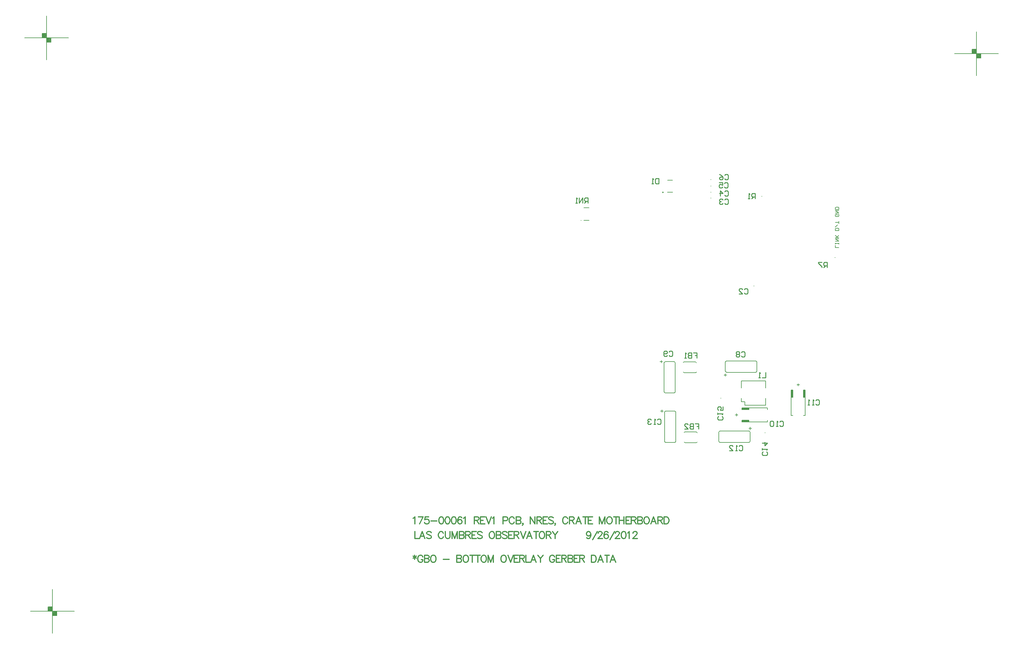
<source format=gbo>
%FSLAX23Y23*%
%MOIN*%
G70*
G01*
G75*
G04 Layer_Color=32896*
%ADD10R,0.050X0.050*%
%ADD11R,0.057X0.012*%
%ADD12R,0.025X0.185*%
%ADD13R,0.025X0.100*%
%ADD14R,0.050X0.050*%
%ADD15O,0.014X0.067*%
%ADD16R,0.036X0.036*%
%ADD17O,0.079X0.024*%
%ADD18R,0.039X0.059*%
%ADD19R,0.100X0.100*%
%ADD20C,0.010*%
%ADD21C,0.050*%
%ADD22C,0.025*%
%ADD23C,0.006*%
%ADD24C,0.012*%
%ADD25C,0.008*%
%ADD26C,0.012*%
%ADD27C,0.012*%
%ADD28C,0.070*%
%ADD29C,0.050*%
%ADD30C,0.166*%
%ADD31C,0.157*%
%ADD32C,0.079*%
%ADD33C,0.220*%
%ADD34C,0.039*%
%ADD35C,0.059*%
%ADD36R,0.059X0.059*%
%ADD37C,0.063*%
%ADD38C,0.116*%
%ADD39C,0.065*%
%ADD40C,0.100*%
%ADD41C,0.080*%
%ADD42C,0.059*%
%ADD43C,0.115*%
%ADD44R,0.115X0.115*%
%ADD45R,0.079X0.079*%
%ADD46R,0.120X0.120*%
%ADD47C,0.120*%
%ADD48R,0.063X0.063*%
%ADD49C,0.020*%
%ADD50C,0.040*%
G04:AMPARAMS|DCode=51|XSize=91mil|YSize=91mil|CornerRadius=0mil|HoleSize=0mil|Usage=FLASHONLY|Rotation=0.000|XOffset=0mil|YOffset=0mil|HoleType=Round|Shape=Relief|Width=10mil|Gap=10mil|Entries=4|*
%AMTHD51*
7,0,0,0.091,0.071,0.010,45*
%
%ADD51THD51*%
%ADD52C,0.071*%
%ADD53C,0.206*%
G04:AMPARAMS|DCode=54|XSize=150.551mil|YSize=150.551mil|CornerRadius=0mil|HoleSize=0mil|Usage=FLASHONLY|Rotation=0.000|XOffset=0mil|YOffset=0mil|HoleType=Round|Shape=Relief|Width=10mil|Gap=10mil|Entries=4|*
%AMTHD54*
7,0,0,0.151,0.131,0.010,45*
%
%ADD54THD54*%
G04:AMPARAMS|DCode=55|XSize=96.221mil|YSize=96.221mil|CornerRadius=0mil|HoleSize=0mil|Usage=FLASHONLY|Rotation=0.000|XOffset=0mil|YOffset=0mil|HoleType=Round|Shape=Relief|Width=10mil|Gap=10mil|Entries=4|*
%AMTHD55*
7,0,0,0.096,0.076,0.010,45*
%
%ADD55THD55*%
%ADD56C,0.076*%
%ADD57C,0.080*%
%ADD58C,0.075*%
%ADD59C,0.168*%
G04:AMPARAMS|DCode=60|XSize=100mil|YSize=100mil|CornerRadius=0mil|HoleSize=0mil|Usage=FLASHONLY|Rotation=0.000|XOffset=0mil|YOffset=0mil|HoleType=Round|Shape=Relief|Width=10mil|Gap=10mil|Entries=4|*
%AMTHD60*
7,0,0,0.100,0.080,0.010,45*
%
%ADD60THD60*%
G04:AMPARAMS|DCode=61|XSize=123mil|YSize=123mil|CornerRadius=0mil|HoleSize=0mil|Usage=FLASHONLY|Rotation=0.000|XOffset=0mil|YOffset=0mil|HoleType=Round|Shape=Relief|Width=10mil|Gap=10mil|Entries=4|*
%AMTHD61*
7,0,0,0.123,0.103,0.010,45*
%
%ADD61THD61*%
%ADD62C,0.092*%
G04:AMPARAMS|DCode=63|XSize=112mil|YSize=112mil|CornerRadius=0mil|HoleSize=0mil|Usage=FLASHONLY|Rotation=0.000|XOffset=0mil|YOffset=0mil|HoleType=Round|Shape=Relief|Width=10mil|Gap=10mil|Entries=4|*
%AMTHD63*
7,0,0,0.112,0.092,0.010,45*
%
%ADD63THD63*%
%ADD64C,0.190*%
%ADD65C,0.087*%
G04:AMPARAMS|DCode=66|XSize=138mil|YSize=138mil|CornerRadius=0mil|HoleSize=0mil|Usage=FLASHONLY|Rotation=0.000|XOffset=0mil|YOffset=0mil|HoleType=Round|Shape=Relief|Width=10mil|Gap=10mil|Entries=4|*
%AMTHD66*
7,0,0,0.138,0.118,0.010,45*
%
%ADD66THD66*%
%ADD67C,0.118*%
G04:AMPARAMS|DCode=68|XSize=107.244mil|YSize=107.244mil|CornerRadius=0mil|HoleSize=0mil|Usage=FLASHONLY|Rotation=0.000|XOffset=0mil|YOffset=0mil|HoleType=Round|Shape=Relief|Width=10mil|Gap=10mil|Entries=4|*
%AMTHD68*
7,0,0,0.107,0.087,0.010,45*
%
%ADD68THD68*%
%ADD69C,0.079*%
%ADD70C,0.068*%
G04:AMPARAMS|DCode=71|XSize=70mil|YSize=70mil|CornerRadius=0mil|HoleSize=0mil|Usage=FLASHONLY|Rotation=0.000|XOffset=0mil|YOffset=0mil|HoleType=Round|Shape=Relief|Width=10mil|Gap=10mil|Entries=4|*
%AMTHD71*
7,0,0,0.070,0.050,0.010,45*
%
%ADD71THD71*%
G04:AMPARAMS|DCode=72|XSize=88mil|YSize=88mil|CornerRadius=0mil|HoleSize=0mil|Usage=FLASHONLY|Rotation=0.000|XOffset=0mil|YOffset=0mil|HoleType=Round|Shape=Relief|Width=10mil|Gap=10mil|Entries=4|*
%AMTHD72*
7,0,0,0.088,0.068,0.010,45*
%
%ADD72THD72*%
%ADD73C,0.020*%
%ADD74C,0.131*%
%ADD75C,0.103*%
%ADD76C,0.005*%
%ADD77R,0.053X0.035*%
%ADD78R,0.053X0.053*%
%ADD79R,0.045X0.017*%
%ADD80R,0.094X0.102*%
%ADD81R,0.059X0.087*%
%ADD82R,0.102X0.094*%
%ADD83R,0.100X0.100*%
%ADD84R,0.060X0.086*%
%ADD85C,0.010*%
%ADD86C,0.010*%
%ADD87C,0.024*%
%ADD88C,0.008*%
%ADD89C,0.007*%
%ADD90C,0.007*%
%ADD91C,0.015*%
%ADD92R,0.194X0.245*%
%ADD93R,0.058X0.058*%
%ADD94R,0.061X0.016*%
%ADD95R,0.033X0.193*%
%ADD96R,0.033X0.108*%
%ADD97R,0.058X0.058*%
%ADD98O,0.022X0.075*%
%ADD99R,0.044X0.044*%
%ADD100O,0.087X0.032*%
%ADD101R,0.047X0.067*%
%ADD102R,0.108X0.108*%
%ADD103C,0.063*%
%ADD104C,0.043*%
%ADD105R,0.043X0.043*%
%ADD106C,0.174*%
%ADD107C,0.165*%
%ADD108C,0.087*%
%ADD109C,0.228*%
%ADD110C,0.047*%
%ADD111C,0.067*%
%ADD112R,0.067X0.067*%
%ADD113C,0.071*%
%ADD114C,0.124*%
%ADD115C,0.073*%
%ADD116C,0.108*%
%ADD117C,0.088*%
%ADD118C,0.067*%
%ADD119C,0.123*%
%ADD120R,0.123X0.123*%
%ADD121R,0.087X0.087*%
%ADD122R,0.128X0.128*%
%ADD123C,0.128*%
%ADD124R,0.071X0.071*%
%ADD125C,0.058*%
%ADD126R,2.050X0.450*%
%ADD127R,0.061X0.043*%
%ADD128R,0.061X0.061*%
%ADD129R,0.053X0.025*%
%ADD130R,0.102X0.110*%
%ADD131R,0.067X0.095*%
%ADD132R,0.110X0.102*%
%ADD133R,0.108X0.108*%
%ADD134R,0.068X0.094*%
%ADD135R,0.020X0.082*%
%ADD136R,0.082X0.020*%
D20*
X18107Y12455D02*
Y12515D01*
X18077D01*
X18067Y12505D01*
Y12485D01*
X18077Y12475D01*
X18107D01*
X18087D02*
X18067Y12455D01*
X18047Y12515D02*
X18007D01*
Y12505D01*
X18047Y12465D01*
Y12455D01*
X17285Y13238D02*
Y13298D01*
X17255D01*
X17245Y13288D01*
Y13268D01*
X17255Y13258D01*
X17285D01*
X17265D02*
X17245Y13238D01*
X17225D02*
X17205D01*
X17215D01*
Y13298D01*
X17225Y13288D01*
X17407Y11264D02*
Y11204D01*
X17367D01*
X17347D02*
X17327D01*
X17337D01*
Y11264D01*
X17347Y11254D01*
X16601Y10681D02*
X16641D01*
Y10651D01*
X16621D01*
X16641D01*
Y10621D01*
X16581Y10681D02*
Y10621D01*
X16551D01*
X16541Y10631D01*
Y10641D01*
X16551Y10651D01*
X16581D01*
X16551D01*
X16541Y10661D01*
Y10671D01*
X16551Y10681D01*
X16581D01*
X16481Y10621D02*
X16521D01*
X16481Y10661D01*
Y10671D01*
X16491Y10681D01*
X16511D01*
X16521Y10671D01*
X16582Y11487D02*
X16622D01*
Y11457D01*
X16602D01*
X16622D01*
Y11427D01*
X16562Y11487D02*
Y11427D01*
X16532D01*
X16522Y11437D01*
Y11447D01*
X16532Y11457D01*
X16562D01*
X16532D01*
X16522Y11467D01*
Y11477D01*
X16532Y11487D01*
X16562D01*
X16502Y11427D02*
X16482D01*
X16492D01*
Y11487D01*
X16502Y11477D01*
X16190Y13468D02*
Y13408D01*
X16160D01*
X16150Y13418D01*
Y13458D01*
X16160Y13468D01*
X16190D01*
X16130Y13408D02*
X16110D01*
X16120D01*
Y13468D01*
X16130Y13458D01*
X16908Y10764D02*
X16918Y10754D01*
Y10734D01*
X16908Y10724D01*
X16868D01*
X16858Y10734D01*
Y10754D01*
X16868Y10764D01*
X16858Y10784D02*
Y10804D01*
Y10794D01*
X16918D01*
X16908Y10784D01*
X16918Y10874D02*
Y10834D01*
X16888D01*
X16898Y10854D01*
Y10864D01*
X16888Y10874D01*
X16868D01*
X16858Y10864D01*
Y10844D01*
X16868Y10834D01*
X17416Y10360D02*
X17426Y10350D01*
Y10330D01*
X17416Y10320D01*
X17376D01*
X17366Y10330D01*
Y10350D01*
X17376Y10360D01*
X17366Y10380D02*
Y10400D01*
Y10390D01*
X17426D01*
X17416Y10380D01*
X17366Y10460D02*
X17426D01*
X17396Y10430D01*
Y10470D01*
X16171Y10723D02*
X16181Y10733D01*
X16201D01*
X16211Y10723D01*
Y10683D01*
X16201Y10673D01*
X16181D01*
X16171Y10683D01*
X16151Y10673D02*
X16131D01*
X16141D01*
Y10733D01*
X16151Y10723D01*
X16101D02*
X16091Y10733D01*
X16071D01*
X16061Y10723D01*
Y10713D01*
X16071Y10703D01*
X16081D01*
X16071D01*
X16061Y10693D01*
Y10683D01*
X16071Y10673D01*
X16091D01*
X16101Y10683D01*
X17101Y10423D02*
X17111Y10433D01*
X17131D01*
X17141Y10423D01*
Y10383D01*
X17131Y10373D01*
X17111D01*
X17101Y10383D01*
X17081Y10373D02*
X17061D01*
X17071D01*
Y10433D01*
X17081Y10423D01*
X16991Y10373D02*
X17031D01*
X16991Y10413D01*
Y10423D01*
X17001Y10433D01*
X17021D01*
X17031Y10423D01*
X17975Y10944D02*
X17985Y10954D01*
X18005D01*
X18015Y10944D01*
Y10904D01*
X18005Y10894D01*
X17985D01*
X17975Y10904D01*
X17955Y10894D02*
X17935D01*
X17945D01*
Y10954D01*
X17955Y10944D01*
X17905Y10894D02*
X17885D01*
X17895D01*
Y10954D01*
X17905Y10944D01*
X17567Y10700D02*
X17577Y10710D01*
X17597D01*
X17607Y10700D01*
Y10660D01*
X17597Y10650D01*
X17577D01*
X17567Y10660D01*
X17547Y10650D02*
X17527D01*
X17537D01*
Y10710D01*
X17547Y10700D01*
X17497D02*
X17487Y10710D01*
X17467D01*
X17457Y10700D01*
Y10660D01*
X17467Y10650D01*
X17487D01*
X17497Y10660D01*
Y10700D01*
X16306Y11495D02*
X16316Y11505D01*
X16336D01*
X16346Y11495D01*
Y11455D01*
X16336Y11445D01*
X16316D01*
X16306Y11455D01*
X16286D02*
X16276Y11445D01*
X16256D01*
X16246Y11455D01*
Y11495D01*
X16256Y11505D01*
X16276D01*
X16286Y11495D01*
Y11485D01*
X16276Y11475D01*
X16246D01*
X17128Y11490D02*
X17138Y11500D01*
X17158D01*
X17168Y11490D01*
Y11450D01*
X17158Y11440D01*
X17138D01*
X17128Y11450D01*
X17108Y11490D02*
X17098Y11500D01*
X17078D01*
X17068Y11490D01*
Y11480D01*
X17078Y11470D01*
X17068Y11460D01*
Y11450D01*
X17078Y11440D01*
X17098D01*
X17108Y11450D01*
Y11460D01*
X17098Y11470D01*
X17108Y11480D01*
Y11490D01*
X17098Y11470D02*
X17078D01*
X16940Y13507D02*
X16950Y13517D01*
X16970D01*
X16980Y13507D01*
Y13467D01*
X16970Y13457D01*
X16950D01*
X16940Y13467D01*
X16880Y13517D02*
X16900Y13507D01*
X16920Y13487D01*
Y13467D01*
X16910Y13457D01*
X16890D01*
X16880Y13467D01*
Y13477D01*
X16890Y13487D01*
X16920D01*
X16935Y13412D02*
X16945Y13422D01*
X16965D01*
X16975Y13412D01*
Y13372D01*
X16965Y13362D01*
X16945D01*
X16935Y13372D01*
X16875Y13422D02*
X16915D01*
Y13392D01*
X16895Y13402D01*
X16885D01*
X16875Y13392D01*
Y13372D01*
X16885Y13362D01*
X16905D01*
X16915Y13372D01*
X16938Y13318D02*
X16948Y13328D01*
X16968D01*
X16978Y13318D01*
Y13278D01*
X16968Y13268D01*
X16948D01*
X16938Y13278D01*
X16888Y13268D02*
Y13328D01*
X16918Y13298D01*
X16878D01*
X16938Y13225D02*
X16948Y13235D01*
X16968D01*
X16978Y13225D01*
Y13185D01*
X16968Y13175D01*
X16948D01*
X16938Y13185D01*
X16918Y13225D02*
X16908Y13235D01*
X16888D01*
X16878Y13225D01*
Y13215D01*
X16888Y13205D01*
X16898D01*
X16888D01*
X16878Y13195D01*
Y13185D01*
X16888Y13175D01*
X16908D01*
X16918Y13185D01*
X17163Y12207D02*
X17173Y12217D01*
X17193D01*
X17203Y12207D01*
Y12167D01*
X17193Y12157D01*
X17173D01*
X17163Y12167D01*
X17103Y12157D02*
X17143D01*
X17103Y12197D01*
Y12207D01*
X17113Y12217D01*
X17133D01*
X17143Y12207D01*
X15382Y13190D02*
Y13250D01*
X15352D01*
X15342Y13240D01*
Y13220D01*
X15352Y13210D01*
X15382D01*
X15362D02*
X15342Y13190D01*
X15322D02*
Y13250D01*
X15282Y13190D01*
Y13250D01*
X15262Y13190D02*
X15242D01*
X15252D01*
Y13250D01*
X15262Y13240D01*
D24*
X13410Y9183D02*
Y9137D01*
X13391Y9172D02*
X13429Y9149D01*
Y9172D02*
X13391Y9149D01*
X13503Y9164D02*
X13499Y9172D01*
X13491Y9179D01*
X13484Y9183D01*
X13468D01*
X13461Y9179D01*
X13453Y9172D01*
X13449Y9164D01*
X13445Y9153D01*
Y9133D01*
X13449Y9122D01*
X13453Y9114D01*
X13461Y9107D01*
X13468Y9103D01*
X13484D01*
X13491Y9107D01*
X13499Y9114D01*
X13503Y9122D01*
Y9133D01*
X13484D02*
X13503D01*
X13521Y9183D02*
Y9103D01*
Y9183D02*
X13555D01*
X13567Y9179D01*
X13570Y9175D01*
X13574Y9168D01*
Y9160D01*
X13570Y9153D01*
X13567Y9149D01*
X13555Y9145D01*
X13521D02*
X13555D01*
X13567Y9141D01*
X13570Y9137D01*
X13574Y9130D01*
Y9118D01*
X13570Y9111D01*
X13567Y9107D01*
X13555Y9103D01*
X13521D01*
X13615Y9183D02*
X13607Y9179D01*
X13600Y9172D01*
X13596Y9164D01*
X13592Y9153D01*
Y9133D01*
X13596Y9122D01*
X13600Y9114D01*
X13607Y9107D01*
X13615Y9103D01*
X13630D01*
X13638Y9107D01*
X13645Y9114D01*
X13649Y9122D01*
X13653Y9133D01*
Y9153D01*
X13649Y9164D01*
X13645Y9172D01*
X13638Y9179D01*
X13630Y9183D01*
X13615D01*
X13735Y9137D02*
X13803D01*
X13890Y9183D02*
Y9103D01*
Y9183D02*
X13924D01*
X13935Y9179D01*
X13939Y9175D01*
X13943Y9168D01*
Y9160D01*
X13939Y9153D01*
X13935Y9149D01*
X13924Y9145D01*
X13890D02*
X13924D01*
X13935Y9141D01*
X13939Y9137D01*
X13943Y9130D01*
Y9118D01*
X13939Y9111D01*
X13935Y9107D01*
X13924Y9103D01*
X13890D01*
X13984Y9183D02*
X13976Y9179D01*
X13968Y9172D01*
X13965Y9164D01*
X13961Y9153D01*
Y9133D01*
X13965Y9122D01*
X13968Y9114D01*
X13976Y9107D01*
X13984Y9103D01*
X13999D01*
X14006Y9107D01*
X14014Y9114D01*
X14018Y9122D01*
X14022Y9133D01*
Y9153D01*
X14018Y9164D01*
X14014Y9172D01*
X14006Y9179D01*
X13999Y9183D01*
X13984D01*
X14067D02*
Y9103D01*
X14040Y9183D02*
X14094D01*
X14130D02*
Y9103D01*
X14103Y9183D02*
X14157D01*
X14189D02*
X14181Y9179D01*
X14174Y9172D01*
X14170Y9164D01*
X14166Y9153D01*
Y9133D01*
X14170Y9122D01*
X14174Y9114D01*
X14181Y9107D01*
X14189Y9103D01*
X14204D01*
X14212Y9107D01*
X14219Y9114D01*
X14223Y9122D01*
X14227Y9133D01*
Y9153D01*
X14223Y9164D01*
X14219Y9172D01*
X14212Y9179D01*
X14204Y9183D01*
X14189D01*
X14246D02*
Y9103D01*
Y9183D02*
X14276Y9103D01*
X14307Y9183D02*
X14276Y9103D01*
X14307Y9183D02*
Y9103D01*
X14415Y9183D02*
X14408Y9179D01*
X14400Y9172D01*
X14396Y9164D01*
X14392Y9153D01*
Y9133D01*
X14396Y9122D01*
X14400Y9114D01*
X14408Y9107D01*
X14415Y9103D01*
X14430D01*
X14438Y9107D01*
X14446Y9114D01*
X14449Y9122D01*
X14453Y9133D01*
Y9153D01*
X14449Y9164D01*
X14446Y9172D01*
X14438Y9179D01*
X14430Y9183D01*
X14415D01*
X14472D02*
X14502Y9103D01*
X14533Y9183D02*
X14502Y9103D01*
X14593Y9183D02*
X14543D01*
Y9103D01*
X14593D01*
X14543Y9145D02*
X14574D01*
X14606Y9183D02*
Y9103D01*
Y9183D02*
X14640D01*
X14652Y9179D01*
X14655Y9175D01*
X14659Y9168D01*
Y9160D01*
X14655Y9153D01*
X14652Y9149D01*
X14640Y9145D01*
X14606D01*
X14633D02*
X14659Y9103D01*
X14677Y9183D02*
Y9103D01*
X14723D01*
X14793D02*
X14762Y9183D01*
X14732Y9103D01*
X14743Y9130D02*
X14781D01*
X14811Y9183D02*
X14842Y9145D01*
Y9103D01*
X14872Y9183D02*
X14842Y9145D01*
X15002Y9164D02*
X14999Y9172D01*
X14991Y9179D01*
X14983Y9183D01*
X14968D01*
X14961Y9179D01*
X14953Y9172D01*
X14949Y9164D01*
X14945Y9153D01*
Y9133D01*
X14949Y9122D01*
X14953Y9114D01*
X14961Y9107D01*
X14968Y9103D01*
X14983D01*
X14991Y9107D01*
X14999Y9114D01*
X15002Y9122D01*
Y9133D01*
X14983D02*
X15002D01*
X15070Y9183D02*
X15021D01*
Y9103D01*
X15070D01*
X15021Y9145D02*
X15051D01*
X15084Y9183D02*
Y9103D01*
Y9183D02*
X15118D01*
X15129Y9179D01*
X15133Y9175D01*
X15137Y9168D01*
Y9160D01*
X15133Y9153D01*
X15129Y9149D01*
X15118Y9145D01*
X15084D01*
X15110D02*
X15137Y9103D01*
X15155Y9183D02*
Y9103D01*
Y9183D02*
X15189D01*
X15201Y9179D01*
X15204Y9175D01*
X15208Y9168D01*
Y9160D01*
X15204Y9153D01*
X15201Y9149D01*
X15189Y9145D01*
X15155D02*
X15189D01*
X15201Y9141D01*
X15204Y9137D01*
X15208Y9130D01*
Y9118D01*
X15204Y9111D01*
X15201Y9107D01*
X15189Y9103D01*
X15155D01*
X15276Y9183D02*
X15226D01*
Y9103D01*
X15276D01*
X15226Y9145D02*
X15257D01*
X15289Y9183D02*
Y9103D01*
Y9183D02*
X15323D01*
X15335Y9179D01*
X15338Y9175D01*
X15342Y9168D01*
Y9160D01*
X15338Y9153D01*
X15335Y9149D01*
X15323Y9145D01*
X15289D01*
X15316D02*
X15342Y9103D01*
X15423Y9183D02*
Y9103D01*
Y9183D02*
X15450D01*
X15461Y9179D01*
X15469Y9172D01*
X15472Y9164D01*
X15476Y9153D01*
Y9133D01*
X15472Y9122D01*
X15469Y9114D01*
X15461Y9107D01*
X15450Y9103D01*
X15423D01*
X15555D02*
X15525Y9183D01*
X15494Y9103D01*
X15506Y9130D02*
X15544D01*
X15600Y9183D02*
Y9103D01*
X15574Y9183D02*
X15627D01*
X15698Y9103D02*
X15667Y9183D01*
X15637Y9103D01*
X15648Y9130D02*
X15686D01*
D25*
X17291Y11264D02*
X17301Y11269D01*
X17305Y11278D01*
Y11378D02*
X17301Y11388D01*
X17291Y11392D01*
X16961D02*
X16952Y11388D01*
X16947Y11378D01*
Y11278D02*
X16952Y11269D01*
X16961Y11264D01*
X16885Y10595D02*
X16876Y10591D01*
X16871Y10582D01*
Y10481D02*
X16876Y10472D01*
X16885Y10467D01*
X17215D02*
X17225Y10472D01*
X17229Y10481D01*
Y10582D02*
X17225Y10591D01*
X17215Y10595D01*
X16249Y11042D02*
X16254Y11032D01*
X16263Y11028D01*
X16363D02*
X16373Y11032D01*
X16377Y11042D01*
Y11372D02*
X16373Y11381D01*
X16363Y11385D01*
X16263D02*
X16254Y11381D01*
X16249Y11372D01*
X16255Y10479D02*
X16260Y10469D01*
X16269Y10465D01*
X16369D02*
X16379Y10469D01*
X16383Y10479D01*
Y10809D02*
X16379Y10818D01*
X16369Y10823D01*
X16269D02*
X16260Y10818D01*
X16255Y10809D01*
X17696Y10981D02*
X17716D01*
X17836D02*
X17856D01*
X17696Y10773D02*
X17716D01*
X17696Y11062D02*
X17716D01*
X17836D02*
X17856D01*
X17836Y10773D02*
X17856D01*
X17716Y10981D02*
Y11062D01*
X17836Y10981D02*
Y11062D01*
X17696Y10773D02*
Y11062D01*
X17856Y10773D02*
Y11062D01*
X17216Y10700D02*
Y10720D01*
Y10840D02*
Y10861D01*
X17424Y10700D02*
Y10720D01*
X17134Y10700D02*
Y10720D01*
Y10840D02*
Y10861D01*
X17424Y10840D02*
Y10861D01*
X17134Y10720D02*
X17216D01*
X17134Y10840D02*
X17216D01*
X17134Y10700D02*
X17424D01*
X17134Y10861D02*
X17424D01*
X17305Y11278D02*
Y11378D01*
X16947Y11278D02*
Y11378D01*
X16961Y11264D02*
X17291D01*
X16961Y11392D02*
X17291D01*
X16871Y10481D02*
Y10582D01*
X17229Y10481D02*
Y10582D01*
X16885Y10595D02*
X17215D01*
X16885Y10467D02*
X17215D01*
X16263Y11028D02*
X16363D01*
X16263Y11385D02*
X16363D01*
X16249Y11042D02*
Y11372D01*
X16377Y11042D02*
Y11372D01*
X16269Y10465D02*
X16369D01*
X16269Y10823D02*
X16369D01*
X16255Y10479D02*
Y10809D01*
X16383Y10479D02*
Y10809D01*
X18239Y12683D02*
X18199D01*
Y12710D01*
X18239Y12723D02*
Y12737D01*
Y12730D01*
X18199D01*
Y12723D01*
Y12737D01*
Y12757D02*
X18239D01*
X18199Y12783D01*
X18239D01*
Y12797D02*
X18199D01*
X18212D01*
X18239Y12823D01*
X18219Y12803D01*
X18199Y12823D01*
X18239Y12877D02*
X18199D01*
Y12897D01*
X18206Y12903D01*
X18232D01*
X18239Y12897D01*
Y12877D01*
X18199Y12917D02*
X18226Y12943D01*
X18239Y12957D02*
Y12983D01*
Y12970D01*
X18199D01*
X18232Y13063D02*
X18239Y13057D01*
Y13043D01*
X18232Y13037D01*
X18206D01*
X18199Y13043D01*
Y13057D01*
X18206Y13063D01*
X18219D01*
Y13050D01*
X18199Y13077D02*
X18239D01*
X18199Y13103D01*
X18239D01*
Y13117D02*
X18199D01*
Y13137D01*
X18206Y13143D01*
X18232D01*
X18239Y13137D01*
Y13117D01*
X19554Y14890D02*
X20054D01*
X19804Y14640D02*
Y15140D01*
X19854Y14840D02*
Y14890D01*
X19804Y14840D02*
X19854D01*
X19754Y14890D02*
Y14940D01*
X19804D01*
X19759Y14895D02*
X19799D01*
X19759D02*
Y14935D01*
X19799D01*
Y14895D02*
Y14935D01*
X19764Y14900D02*
X19794D01*
X19764D02*
Y14930D01*
X19794D01*
Y14905D02*
Y14930D01*
X19769Y14905D02*
X19789D01*
X19769D02*
Y14925D01*
X19789D01*
Y14910D02*
Y14925D01*
X19774Y14910D02*
X19784D01*
X19774D02*
Y14920D01*
X19784D01*
Y14910D02*
Y14920D01*
X19774Y14915D02*
X19784D01*
X19809Y14845D02*
X19849D01*
X19809D02*
Y14885D01*
X19849D01*
Y14845D02*
Y14885D01*
X19814Y14850D02*
X19844D01*
X19814D02*
Y14880D01*
X19844D01*
Y14855D02*
Y14880D01*
X19819Y14855D02*
X19839D01*
X19819D02*
Y14875D01*
X19839D01*
Y14860D02*
Y14875D01*
X19824Y14860D02*
X19834D01*
X19824D02*
Y14870D01*
X19834D01*
Y14860D02*
Y14870D01*
X19824Y14865D02*
X19834D01*
X8970Y15070D02*
X9470D01*
X9220Y14820D02*
Y15320D01*
X9270Y15020D02*
Y15070D01*
X9220Y15020D02*
X9270D01*
X9170Y15070D02*
Y15120D01*
X9220D01*
X9175Y15075D02*
X9215D01*
X9175D02*
Y15115D01*
X9215D01*
Y15075D02*
Y15115D01*
X9180Y15080D02*
X9210D01*
X9180D02*
Y15110D01*
X9210D01*
Y15085D02*
Y15110D01*
X9185Y15085D02*
X9205D01*
X9185D02*
Y15105D01*
X9205D01*
Y15090D02*
Y15105D01*
X9190Y15090D02*
X9200D01*
X9190D02*
Y15100D01*
X9200D01*
Y15090D02*
Y15100D01*
X9190Y15095D02*
X9200D01*
X9225Y15025D02*
X9265D01*
X9225D02*
Y15065D01*
X9265D01*
Y15025D02*
Y15065D01*
X9230Y15030D02*
X9260D01*
X9230D02*
Y15060D01*
X9260D01*
Y15035D02*
Y15060D01*
X9235Y15035D02*
X9255D01*
X9235D02*
Y15055D01*
X9255D01*
Y15040D02*
Y15055D01*
X9240Y15040D02*
X9250D01*
X9240D02*
Y15050D01*
X9250D01*
Y15040D02*
Y15050D01*
X9240Y15045D02*
X9250D01*
X9036Y8546D02*
X9536D01*
X9286Y8296D02*
Y8796D01*
X9336Y8496D02*
Y8546D01*
X9286Y8496D02*
X9336D01*
X9236Y8546D02*
Y8596D01*
X9286D01*
X9241Y8551D02*
X9281D01*
X9241D02*
Y8591D01*
X9281D01*
Y8551D02*
Y8591D01*
X9246Y8556D02*
X9276D01*
X9246D02*
Y8586D01*
X9276D01*
Y8561D02*
Y8586D01*
X9251Y8561D02*
X9271D01*
X9251D02*
Y8581D01*
X9271D01*
Y8566D02*
Y8581D01*
X9256Y8566D02*
X9266D01*
X9256D02*
Y8576D01*
X9266D01*
Y8566D02*
Y8576D01*
X9256Y8571D02*
X9266D01*
X9291Y8501D02*
X9331D01*
X9291D02*
Y8541D01*
X9331D01*
Y8501D02*
Y8541D01*
X9296Y8506D02*
X9326D01*
X9296D02*
Y8536D01*
X9326D01*
Y8511D02*
Y8536D01*
X9301Y8511D02*
X9321D01*
X9301D02*
Y8531D01*
X9321D01*
Y8516D02*
Y8531D01*
X9306Y8516D02*
X9316D01*
X9306D02*
Y8526D01*
X9316D01*
Y8516D02*
Y8526D01*
X9306Y8521D02*
X9316D01*
D26*
X13412Y9453D02*
Y9373D01*
X13458D01*
X13527D02*
X13497Y9453D01*
X13466Y9373D01*
X13478Y9399D02*
X13516D01*
X13599Y9441D02*
X13592Y9449D01*
X13580Y9453D01*
X13565D01*
X13554Y9449D01*
X13546Y9441D01*
Y9434D01*
X13550Y9426D01*
X13554Y9422D01*
X13561Y9418D01*
X13584Y9411D01*
X13592Y9407D01*
X13596Y9403D01*
X13599Y9395D01*
Y9384D01*
X13592Y9376D01*
X13580Y9373D01*
X13565D01*
X13554Y9376D01*
X13546Y9384D01*
X13737Y9434D02*
X13733Y9441D01*
X13726Y9449D01*
X13718Y9453D01*
X13703D01*
X13695Y9449D01*
X13688Y9441D01*
X13684Y9434D01*
X13680Y9422D01*
Y9403D01*
X13684Y9392D01*
X13688Y9384D01*
X13695Y9376D01*
X13703Y9373D01*
X13718D01*
X13726Y9376D01*
X13733Y9384D01*
X13737Y9392D01*
X13760Y9453D02*
Y9395D01*
X13764Y9384D01*
X13771Y9376D01*
X13783Y9373D01*
X13790D01*
X13802Y9376D01*
X13809Y9384D01*
X13813Y9395D01*
Y9453D01*
X13835D02*
Y9373D01*
Y9453D02*
X13866Y9373D01*
X13896Y9453D02*
X13866Y9373D01*
X13896Y9453D02*
Y9373D01*
X13919Y9453D02*
Y9373D01*
Y9453D02*
X13953D01*
X13965Y9449D01*
X13968Y9445D01*
X13972Y9437D01*
Y9430D01*
X13968Y9422D01*
X13965Y9418D01*
X13953Y9414D01*
X13919D02*
X13953D01*
X13965Y9411D01*
X13968Y9407D01*
X13972Y9399D01*
Y9388D01*
X13968Y9380D01*
X13965Y9376D01*
X13953Y9373D01*
X13919D01*
X13990Y9453D02*
Y9373D01*
Y9453D02*
X14024D01*
X14036Y9449D01*
X14040Y9445D01*
X14044Y9437D01*
Y9430D01*
X14040Y9422D01*
X14036Y9418D01*
X14024Y9414D01*
X13990D01*
X14017D02*
X14044Y9373D01*
X14111Y9453D02*
X14061D01*
Y9373D01*
X14111D01*
X14061Y9414D02*
X14092D01*
X14178Y9441D02*
X14170Y9449D01*
X14159Y9453D01*
X14143D01*
X14132Y9449D01*
X14124Y9441D01*
Y9434D01*
X14128Y9426D01*
X14132Y9422D01*
X14139Y9418D01*
X14162Y9411D01*
X14170Y9407D01*
X14174Y9403D01*
X14178Y9395D01*
Y9384D01*
X14170Y9376D01*
X14159Y9373D01*
X14143D01*
X14132Y9376D01*
X14124Y9384D01*
X14281Y9453D02*
X14274Y9449D01*
X14266Y9441D01*
X14262Y9434D01*
X14258Y9422D01*
Y9403D01*
X14262Y9392D01*
X14266Y9384D01*
X14274Y9376D01*
X14281Y9373D01*
X14296D01*
X14304Y9376D01*
X14312Y9384D01*
X14315Y9392D01*
X14319Y9403D01*
Y9422D01*
X14315Y9434D01*
X14312Y9441D01*
X14304Y9449D01*
X14296Y9453D01*
X14281D01*
X14338D02*
Y9373D01*
Y9453D02*
X14372D01*
X14384Y9449D01*
X14387Y9445D01*
X14391Y9437D01*
Y9430D01*
X14387Y9422D01*
X14384Y9418D01*
X14372Y9414D01*
X14338D02*
X14372D01*
X14384Y9411D01*
X14387Y9407D01*
X14391Y9399D01*
Y9388D01*
X14387Y9380D01*
X14384Y9376D01*
X14372Y9373D01*
X14338D01*
X14462Y9441D02*
X14455Y9449D01*
X14443Y9453D01*
X14428D01*
X14417Y9449D01*
X14409Y9441D01*
Y9434D01*
X14413Y9426D01*
X14417Y9422D01*
X14424Y9418D01*
X14447Y9411D01*
X14455Y9407D01*
X14459Y9403D01*
X14462Y9395D01*
Y9384D01*
X14455Y9376D01*
X14443Y9373D01*
X14428D01*
X14417Y9376D01*
X14409Y9384D01*
X14530Y9453D02*
X14480D01*
Y9373D01*
X14530D01*
X14480Y9414D02*
X14511D01*
X14543Y9453D02*
Y9373D01*
Y9453D02*
X14577D01*
X14589Y9449D01*
X14593Y9445D01*
X14597Y9437D01*
Y9430D01*
X14593Y9422D01*
X14589Y9418D01*
X14577Y9414D01*
X14543D01*
X14570D02*
X14597Y9373D01*
X14614Y9453D02*
X14645Y9373D01*
X14675Y9453D02*
X14645Y9373D01*
X14747D02*
X14716Y9453D01*
X14686Y9373D01*
X14697Y9399D02*
X14735D01*
X14792Y9453D02*
Y9373D01*
X14765Y9453D02*
X14819D01*
X14851D02*
X14843Y9449D01*
X14836Y9441D01*
X14832Y9434D01*
X14828Y9422D01*
Y9403D01*
X14832Y9392D01*
X14836Y9384D01*
X14843Y9376D01*
X14851Y9373D01*
X14866D01*
X14874Y9376D01*
X14881Y9384D01*
X14885Y9392D01*
X14889Y9403D01*
Y9422D01*
X14885Y9434D01*
X14881Y9441D01*
X14874Y9449D01*
X14866Y9453D01*
X14851D01*
X14908D02*
Y9373D01*
Y9453D02*
X14942D01*
X14953Y9449D01*
X14957Y9445D01*
X14961Y9437D01*
Y9430D01*
X14957Y9422D01*
X14953Y9418D01*
X14942Y9414D01*
X14908D01*
X14934D02*
X14961Y9373D01*
X14979Y9453D02*
X15009Y9414D01*
Y9373D01*
X15040Y9453D02*
X15009Y9414D01*
X15414Y9426D02*
X15410Y9414D01*
X15402Y9407D01*
X15391Y9403D01*
X15387D01*
X15376Y9407D01*
X15368Y9414D01*
X15364Y9426D01*
Y9430D01*
X15368Y9441D01*
X15376Y9449D01*
X15387Y9453D01*
X15391D01*
X15402Y9449D01*
X15410Y9441D01*
X15414Y9426D01*
Y9407D01*
X15410Y9388D01*
X15402Y9376D01*
X15391Y9373D01*
X15383D01*
X15372Y9376D01*
X15368Y9384D01*
X15436Y9361D02*
X15489Y9453D01*
X15498Y9434D02*
Y9437D01*
X15502Y9445D01*
X15506Y9449D01*
X15513Y9453D01*
X15529D01*
X15536Y9449D01*
X15540Y9445D01*
X15544Y9437D01*
Y9430D01*
X15540Y9422D01*
X15532Y9411D01*
X15494Y9373D01*
X15548D01*
X15611Y9441D02*
X15607Y9449D01*
X15596Y9453D01*
X15588D01*
X15577Y9449D01*
X15569Y9437D01*
X15565Y9418D01*
Y9399D01*
X15569Y9384D01*
X15577Y9376D01*
X15588Y9373D01*
X15592D01*
X15604Y9376D01*
X15611Y9384D01*
X15615Y9395D01*
Y9399D01*
X15611Y9411D01*
X15604Y9418D01*
X15592Y9422D01*
X15588D01*
X15577Y9418D01*
X15569Y9411D01*
X15565Y9399D01*
X15633Y9361D02*
X15686Y9453D01*
X15695Y9434D02*
Y9437D01*
X15699Y9445D01*
X15703Y9449D01*
X15710Y9453D01*
X15725D01*
X15733Y9449D01*
X15737Y9445D01*
X15741Y9437D01*
Y9430D01*
X15737Y9422D01*
X15729Y9411D01*
X15691Y9373D01*
X15744D01*
X15785Y9453D02*
X15774Y9449D01*
X15766Y9437D01*
X15762Y9418D01*
Y9407D01*
X15766Y9388D01*
X15774Y9376D01*
X15785Y9373D01*
X15793D01*
X15804Y9376D01*
X15812Y9388D01*
X15816Y9407D01*
Y9418D01*
X15812Y9437D01*
X15804Y9449D01*
X15793Y9453D01*
X15785D01*
X15834Y9437D02*
X15841Y9441D01*
X15853Y9453D01*
Y9373D01*
X15896Y9434D02*
Y9437D01*
X15900Y9445D01*
X15904Y9449D01*
X15911Y9453D01*
X15927D01*
X15934Y9449D01*
X15938Y9445D01*
X15942Y9437D01*
Y9430D01*
X15938Y9422D01*
X15930Y9411D01*
X15892Y9373D01*
X15946D01*
D27*
X13393Y9604D02*
X13401Y9608D01*
X13412Y9619D01*
Y9539D01*
X13505Y9619D02*
X13467Y9539D01*
X13452Y9619D02*
X13505D01*
X13568D02*
X13530D01*
X13527Y9585D01*
X13530Y9589D01*
X13542Y9593D01*
X13553D01*
X13565Y9589D01*
X13572Y9581D01*
X13576Y9570D01*
Y9562D01*
X13572Y9551D01*
X13565Y9543D01*
X13553Y9539D01*
X13542D01*
X13530Y9543D01*
X13527Y9547D01*
X13523Y9555D01*
X13594Y9574D02*
X13663D01*
X13709Y9619D02*
X13698Y9616D01*
X13690Y9604D01*
X13686Y9585D01*
Y9574D01*
X13690Y9555D01*
X13698Y9543D01*
X13709Y9539D01*
X13717D01*
X13728Y9543D01*
X13736Y9555D01*
X13739Y9574D01*
Y9585D01*
X13736Y9604D01*
X13728Y9616D01*
X13717Y9619D01*
X13709D01*
X13780D02*
X13769Y9616D01*
X13761Y9604D01*
X13757Y9585D01*
Y9574D01*
X13761Y9555D01*
X13769Y9543D01*
X13780Y9539D01*
X13788D01*
X13799Y9543D01*
X13807Y9555D01*
X13811Y9574D01*
Y9585D01*
X13807Y9604D01*
X13799Y9616D01*
X13788Y9619D01*
X13780D01*
X13851D02*
X13840Y9616D01*
X13832Y9604D01*
X13829Y9585D01*
Y9574D01*
X13832Y9555D01*
X13840Y9543D01*
X13851Y9539D01*
X13859D01*
X13871Y9543D01*
X13878Y9555D01*
X13882Y9574D01*
Y9585D01*
X13878Y9604D01*
X13871Y9616D01*
X13859Y9619D01*
X13851D01*
X13946Y9608D02*
X13942Y9616D01*
X13930Y9619D01*
X13923D01*
X13911Y9616D01*
X13904Y9604D01*
X13900Y9585D01*
Y9566D01*
X13904Y9551D01*
X13911Y9543D01*
X13923Y9539D01*
X13926D01*
X13938Y9543D01*
X13946Y9551D01*
X13949Y9562D01*
Y9566D01*
X13946Y9577D01*
X13938Y9585D01*
X13926Y9589D01*
X13923D01*
X13911Y9585D01*
X13904Y9577D01*
X13900Y9566D01*
X13967Y9604D02*
X13974Y9608D01*
X13986Y9619D01*
Y9539D01*
X14088Y9619D02*
Y9539D01*
Y9619D02*
X14123D01*
X14134Y9616D01*
X14138Y9612D01*
X14142Y9604D01*
Y9596D01*
X14138Y9589D01*
X14134Y9585D01*
X14123Y9581D01*
X14088D01*
X14115D02*
X14142Y9539D01*
X14209Y9619D02*
X14160D01*
Y9539D01*
X14209D01*
X14160Y9581D02*
X14190D01*
X14222Y9619D02*
X14253Y9539D01*
X14283Y9619D02*
X14253Y9539D01*
X14294Y9604D02*
X14301Y9608D01*
X14313Y9619D01*
Y9539D01*
X14415Y9577D02*
X14449D01*
X14461Y9581D01*
X14465Y9585D01*
X14468Y9593D01*
Y9604D01*
X14465Y9612D01*
X14461Y9616D01*
X14449Y9619D01*
X14415D01*
Y9539D01*
X14543Y9600D02*
X14540Y9608D01*
X14532Y9616D01*
X14524Y9619D01*
X14509D01*
X14502Y9616D01*
X14494Y9608D01*
X14490Y9600D01*
X14486Y9589D01*
Y9570D01*
X14490Y9558D01*
X14494Y9551D01*
X14502Y9543D01*
X14509Y9539D01*
X14524D01*
X14532Y9543D01*
X14540Y9551D01*
X14543Y9558D01*
X14566Y9619D02*
Y9539D01*
Y9619D02*
X14600D01*
X14612Y9616D01*
X14615Y9612D01*
X14619Y9604D01*
Y9596D01*
X14615Y9589D01*
X14612Y9585D01*
X14600Y9581D01*
X14566D02*
X14600D01*
X14612Y9577D01*
X14615Y9574D01*
X14619Y9566D01*
Y9555D01*
X14615Y9547D01*
X14612Y9543D01*
X14600Y9539D01*
X14566D01*
X14645Y9543D02*
X14641Y9539D01*
X14637Y9543D01*
X14641Y9547D01*
X14645Y9543D01*
Y9536D01*
X14641Y9528D01*
X14637Y9524D01*
X14725Y9619D02*
Y9539D01*
Y9619D02*
X14778Y9539D01*
Y9619D02*
Y9539D01*
X14801Y9619D02*
Y9539D01*
Y9619D02*
X14835D01*
X14846Y9616D01*
X14850Y9612D01*
X14854Y9604D01*
Y9596D01*
X14850Y9589D01*
X14846Y9585D01*
X14835Y9581D01*
X14801D01*
X14827D02*
X14854Y9539D01*
X14921Y9619D02*
X14872D01*
Y9539D01*
X14921D01*
X14872Y9581D02*
X14902D01*
X14988Y9608D02*
X14980Y9616D01*
X14969Y9619D01*
X14954D01*
X14942Y9616D01*
X14935Y9608D01*
Y9600D01*
X14938Y9593D01*
X14942Y9589D01*
X14950Y9585D01*
X14973Y9577D01*
X14980Y9574D01*
X14984Y9570D01*
X14988Y9562D01*
Y9551D01*
X14980Y9543D01*
X14969Y9539D01*
X14954D01*
X14942Y9543D01*
X14935Y9551D01*
X15013Y9543D02*
X15010Y9539D01*
X15006Y9543D01*
X15010Y9547D01*
X15013Y9543D01*
Y9536D01*
X15010Y9528D01*
X15006Y9524D01*
X15151Y9600D02*
X15147Y9608D01*
X15140Y9616D01*
X15132Y9619D01*
X15117D01*
X15109Y9616D01*
X15101Y9608D01*
X15098Y9600D01*
X15094Y9589D01*
Y9570D01*
X15098Y9558D01*
X15101Y9551D01*
X15109Y9543D01*
X15117Y9539D01*
X15132D01*
X15140Y9543D01*
X15147Y9551D01*
X15151Y9558D01*
X15173Y9619D02*
Y9539D01*
Y9619D02*
X15208D01*
X15219Y9616D01*
X15223Y9612D01*
X15227Y9604D01*
Y9596D01*
X15223Y9589D01*
X15219Y9585D01*
X15208Y9581D01*
X15173D01*
X15200D02*
X15227Y9539D01*
X15306D02*
X15275Y9619D01*
X15245Y9539D01*
X15256Y9566D02*
X15294D01*
X15351Y9619D02*
Y9539D01*
X15324Y9619D02*
X15378D01*
X15437D02*
X15387D01*
Y9539D01*
X15437D01*
X15387Y9581D02*
X15418D01*
X15513Y9619D02*
Y9539D01*
Y9619D02*
X15543Y9539D01*
X15574Y9619D02*
X15543Y9539D01*
X15574Y9619D02*
Y9539D01*
X15619Y9619D02*
X15612Y9616D01*
X15604Y9608D01*
X15600Y9600D01*
X15597Y9589D01*
Y9570D01*
X15600Y9558D01*
X15604Y9551D01*
X15612Y9543D01*
X15619Y9539D01*
X15635D01*
X15642Y9543D01*
X15650Y9551D01*
X15654Y9558D01*
X15658Y9570D01*
Y9589D01*
X15654Y9600D01*
X15650Y9608D01*
X15642Y9616D01*
X15635Y9619D01*
X15619D01*
X15703D02*
Y9539D01*
X15676Y9619D02*
X15730D01*
X15739D02*
Y9539D01*
X15792Y9619D02*
Y9539D01*
X15739Y9581D02*
X15792D01*
X15864Y9619D02*
X15814D01*
Y9539D01*
X15864D01*
X15814Y9581D02*
X15845D01*
X15877Y9619D02*
Y9539D01*
Y9619D02*
X15912D01*
X15923Y9616D01*
X15927Y9612D01*
X15931Y9604D01*
Y9596D01*
X15927Y9589D01*
X15923Y9585D01*
X15912Y9581D01*
X15877D01*
X15904D02*
X15931Y9539D01*
X15949Y9619D02*
Y9539D01*
Y9619D02*
X15983D01*
X15994Y9616D01*
X15998Y9612D01*
X16002Y9604D01*
Y9596D01*
X15998Y9589D01*
X15994Y9585D01*
X15983Y9581D01*
X15949D02*
X15983D01*
X15994Y9577D01*
X15998Y9574D01*
X16002Y9566D01*
Y9555D01*
X15998Y9547D01*
X15994Y9543D01*
X15983Y9539D01*
X15949D01*
X16043Y9619D02*
X16035Y9616D01*
X16027Y9608D01*
X16024Y9600D01*
X16020Y9589D01*
Y9570D01*
X16024Y9558D01*
X16027Y9551D01*
X16035Y9543D01*
X16043Y9539D01*
X16058D01*
X16065Y9543D01*
X16073Y9551D01*
X16077Y9558D01*
X16081Y9570D01*
Y9589D01*
X16077Y9600D01*
X16073Y9608D01*
X16065Y9616D01*
X16058Y9619D01*
X16043D01*
X16160Y9539D02*
X16130Y9619D01*
X16099Y9539D01*
X16111Y9566D02*
X16149D01*
X16179Y9619D02*
Y9539D01*
Y9619D02*
X16213D01*
X16225Y9616D01*
X16228Y9612D01*
X16232Y9604D01*
Y9596D01*
X16228Y9589D01*
X16225Y9585D01*
X16213Y9581D01*
X16179D01*
X16206D02*
X16232Y9539D01*
X16250Y9619D02*
Y9539D01*
Y9619D02*
X16277D01*
X16288Y9616D01*
X16296Y9608D01*
X16300Y9600D01*
X16304Y9589D01*
Y9570D01*
X16300Y9558D01*
X16296Y9551D01*
X16288Y9543D01*
X16277Y9539D01*
X16250D01*
D85*
X18196Y12568D02*
D03*
X17400Y10575D02*
D03*
X16895Y10970D02*
D03*
X17362Y13267D02*
D03*
X16781Y13245D02*
D03*
Y13312D02*
D03*
Y13384D02*
D03*
Y13455D02*
D03*
X17273Y12245D02*
D03*
D86*
X16240Y13313D02*
X16232Y13317D01*
Y13308D01*
X16240Y13313D01*
D88*
X16290Y13448D02*
Y13450D01*
X16345Y13448D02*
Y13450D01*
X16290Y13313D02*
Y13315D01*
X16345Y13313D02*
Y13315D01*
X16290Y13313D02*
X16345D01*
X16290Y13450D02*
X16345D01*
X15301Y12994D02*
X15305D01*
X15337D02*
X15396D01*
X15337Y13136D02*
X15396D01*
X17130Y11087D02*
Y11165D01*
X17405D01*
Y11087D02*
Y11165D01*
Y10890D02*
Y10968D01*
X17267Y10890D02*
X17405D01*
X17169D02*
Y10929D01*
X17130D02*
X17169D01*
X17130D02*
Y10968D01*
X17169Y10890D02*
X17267D01*
D90*
X16470Y11271D02*
X16473Y11263D01*
X16480Y11260D01*
X16606D02*
X16614Y11263D01*
X16616Y11271D01*
Y11373D02*
X16613Y11381D01*
X16605Y11384D01*
X16480D02*
X16473Y11382D01*
X16470Y11375D01*
X16478Y10474D02*
X16481Y10466D01*
X16488Y10464D01*
X16614D02*
X16622Y10466D01*
X16624Y10474D01*
Y10576D02*
X16621Y10584D01*
X16613Y10587D01*
X16488D02*
X16481Y10585D01*
X16478Y10578D01*
X17761Y11123D02*
X17791D01*
X17776Y11108D02*
Y11137D01*
X17074Y10766D02*
Y10795D01*
X17059Y10781D02*
X17089D01*
X16931Y11233D02*
X16961D01*
X16946Y11219D02*
Y11248D01*
X17215Y10627D02*
X17245D01*
X17230Y10611D02*
Y10642D01*
X16480Y11260D02*
X16606D01*
X16480Y11384D02*
X16605D01*
X16488Y10464D02*
X16614D01*
X16488Y10587D02*
X16613D01*
X16218Y11372D02*
Y11401D01*
X16203Y11387D02*
X16233D01*
X16224Y10809D02*
Y10839D01*
X16209Y10823D02*
X16239D01*
D135*
X17846Y11022D02*
D03*
X17706D02*
D03*
D136*
X17175Y10851D02*
D03*
Y10710D02*
D03*
M02*

</source>
